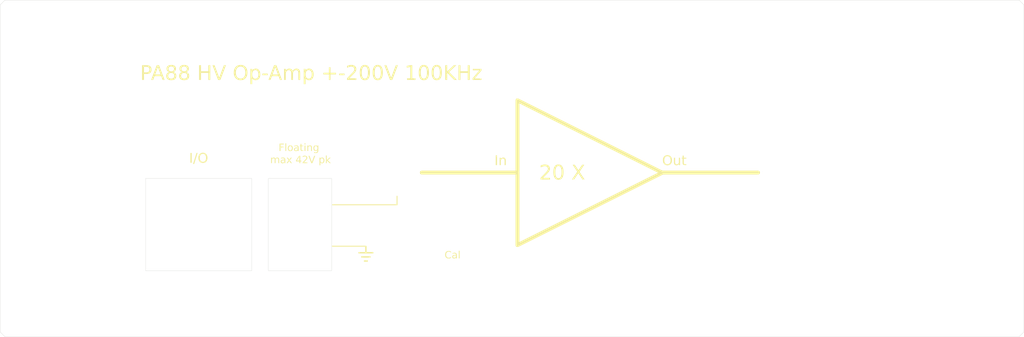
<source format=kicad_pcb>
(kicad_pcb (version 20241229) (generator "pcbnew") (generator_version "9.0")
  (layers (0 "F.Cu" signal) (2 "B.Cu" signal) (13 "F.Paste" user) (15 "B.Paste" user) (5 "F.SilkS" user "F.Silkscreen") (7 "B.SilkS" user "B.Silkscreen") (1 "F.Mask" user) (3 "B.Mask" user) (25 "Edge.Cuts" user))
  (net 0 "")
  (footprint "" (layer "F.Cu") (at 205.48 69.94)
    (property "Reference" "" (at 0 0 0) (layer "F.SilkS") (effects (font (size 1.27 1.27))))
    (property "Value" "")
    (pad "" np_thru_hole circle (at 0 0) (size 9.5 9.5) (drill 9.5) (layers "*.Cu" "*.Mask"))
  )
  (footprint "MountingHole:MountingHole_4.3mm_M4" (layer "F.Cu") (at 66.32 49.07)
    (property "Reference" "REF**" (hide yes))
    (property "Value" "MountingHole_4.3mm_M4" (hide yes))
    (pad "" np_thru_hole circle (at 0 0) (size 4.3 4.3) (drill 4.3) (layers "*.Cu" "*.Mask"))
  )
  (footprint "MountingHole:MountingHole_4.3mm_M4" (layer "F.Cu") (at 232.32 49.07)
    (property "Reference" "REF**" (hide yes))
    (property "Value" "MountingHole_4.3mm_M4" (hide yes))
    (pad "" np_thru_hole circle (at 0 0) (size 4.3 4.3) (drill 4.3) (layers "*.Cu" "*.Mask"))
  )
  (footprint "" (layer "F.Cu") (at 136.93 81.2)
    (property "Reference" "" (at 0 0 0) (layer "F.SilkS") (effects (font (size 1.27 1.27))))
    (property "Value" "")
    (pad "" np_thru_hole circle (at 0 0) (size 3.7 3.7) (drill 3.7) (layers "*.Cu" "*.Mask"))
  )
  (footprint "" (layer "F.Cu") (at 125.48 69.94)
    (property "Reference" "" (at 0 0 0) (layer "F.SilkS") (effects (font (size 1.27 1.27))))
    (property "Value" "")
    (pad "" np_thru_hole circle (at 0 0) (size 9.5 9.5) (drill 9.5) (layers "*.Cu" "*.Mask"))
  )
  (footprint "MountingHole:MountingHole_4.3mm_M4" (layer "F.Cu") (at 66.32 89.07)
    (property "Reference" "REF**" (hide yes))
    (property "Value" "MountingHole_4.3mm_M4" (hide yes))
    (pad "" np_thru_hole circle (at 0 0) (size 4.3 4.3) (drill 4.3) (layers "*.Cu" "*.Mask"))
  )
  (footprint "MountingHole:MountingHole_4.3mm_M4" (layer "F.Cu") (at 232.32 89.07)
    (property "Reference" "REF**" (hide yes))
    (property "Value" "MountingHole_4.3mm_M4" (hide yes))
    (pad "" np_thru_hole circle (at 0 0) (size 4.3 4.3) (drill 4.3) (layers "*.Cu" "*.Mask"))
  )
  (footprint "MountingHole:MountingHole_4.3mm_M4" (layer "F.Cu") (at 109.86 81.15)
    (property "Reference" "REF**" (hide yes))
    (property "Value" "MountingHole_4.3mm_M4" (hide yes))
    (fp_rect (start -11 -10) (end 2.1 9.1) (stroke (width 0.05)) (fill no) (layer "Edge.Cuts"))
  )
  (footprint "MountingHole:MountingHole_4.3mm_M4" (layer "F.Cu") (at 84.43 81.15)
    (property "Reference" "REF**" (hide yes))
    (property "Value" "MountingHole_4.3mm_M4" (hide yes))
    (fp_rect (start -11 -10) (end 11 9.1) (stroke (width 0.05)) (fill no) (layer "Edge.Cuts"))
  )
  (gr_line (start 125.51 74.82) (end 125.51 76.59) (stroke (width 0.2)) (layer "F.SilkS"))
  (gr_poly (pts (xy 150.45 54.96) (xy 150.45 84.96) (xy 180.45 69.96)) (stroke (width 0.8)) (fill no) (layer "F.SilkS"))
  (gr_line (start 112.16 76.59) (end 125.51 76.59) (stroke (width 0.2)) (layer "F.SilkS"))
  (gr_line (start 119.075 85.18) (end 112.11 85.18) (stroke (width 0.2)) (layer "F.SilkS"))
  (gr_line (start 150.43 69.93) (end 130.62 69.93) (stroke (width 0.8)) (layer "F.SilkS"))
  (gr_line (start 200.27 69.93) (end 180.4 69.93) (stroke (width 0.8)) (layer "F.SilkS"))
  (gr_line (start 43.32 102.92) (end 43.32 35.22) (stroke (width 0.05)) (layer "Edge.Cuts"))
  (gr_line (start 254.32 34.22) (end 44.32 34.22) (stroke (width 0.05)) (layer "Edge.Cuts"))
  (gr_line (start 255.32 102.92) (end 255.32 35.22) (stroke (width 0.05)) (layer "Edge.Cuts"))
  (gr_line (start 44.32 103.92) (end 43.32 102.92) (stroke (width 0.05)) (layer "Edge.Cuts"))
  (gr_line (start 44.32 34.22) (end 43.32 35.22) (stroke (width 0.05)) (layer "Edge.Cuts"))
  (gr_line (start 255.32 35.22) (end 254.32 34.22) (stroke (width 0.05)) (layer "Edge.Cuts"))
  (gr_line (start 254.32 103.92) (end 255.32 102.92) (stroke (width 0.05)) (layer "Edge.Cuts"))
  (gr_line (start 254.32 103.92) (end 44.32 103.92) (stroke (width 0.05)) (layer "Edge.Cuts"))
  (gr_text "20 X" (at 154.93 71.88 0) (layer "F.SilkS") (effects (font (size 3 3) (thickness 0.1)) (justify left bottom)))
  (gr_text "I/O" (at 84.43 68.24 0) (layer "F.SilkS") (effects (font (size 2 2) (thickness 0.1)) (justify bottom)))
  (gr_text "PA88 HV Op-Amp +-200V 100KHz" (at 72.29 51.26 0) (layer "F.SilkS") (effects (font (size 3 3)) (justify left bottom)))
  (gr_text "⏚" (at 119.06 88.63 0) (layer "F.SilkS") (effects (font (size 3 3) (thickness 0.3)) (justify bottom)))
  (gr_text "Floating \nmax 42V pk" (at 105.52 68.24 0) (layer "F.SilkS") (effects (font (size 1.5 1.5) (thickness 0.1)) (justify bottom)))
  (gr_text "Out" (at 180.4 68.73 0) (layer "F.SilkS") (effects (font (size 2 2) (thickness 0.1)) (justify left bottom)))
  (gr_text "In" (at 145.67 68.73 0) (layer "F.SilkS") (effects (font (size 2 2) (thickness 0.1)) (justify left bottom)))
  (gr_text "Cal\n" (at 137.01 87.96 0) (layer "F.SilkS") (effects (font (size 1.5 1.5) (thickness 0.1)) (justify bottom)))
)
</source>
